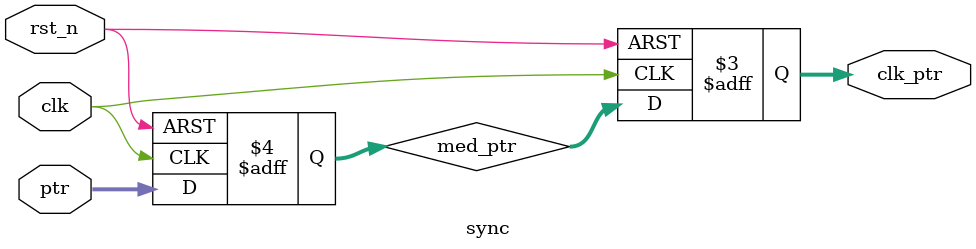
<source format=v>
module sync #(parameter ADDRSIZE = 4)(
  output reg [ADDRSIZE:0] clk_ptr,//output in clk domain
  input [ADDRSIZE:0] ptr,//pointer
  input clk, rst_n);
  
  reg [ADDRSIZE:0] med_ptr; //1 medium register
  
  always@(posedge clk or negedge rst_n)
    begin
      if(!rst_n)
      	{med_ptr, clk_ptr} <=0;// reseting both registers
      else
      begin
        med_ptr <= ptr; //shifting to next reg
        clk_ptr <= med_ptr; //output reg
      end
    end
endmodule

</source>
